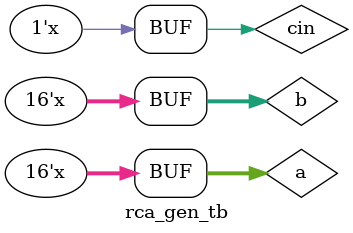
<source format=v>
module rca_16bit(a,b,cin,s,cout
    );
	 parameter size=16;
	 input [size-1:0]a,b;
	 input cin;
	 output [size-1:0]s;
	 output cout;
	 wire [size:0]c;
	 assign c[0]=cin;
	 genvar i;
	 generate 
	   for(i=0;i<size;i=i+1)
		  fad_str fnf(a[i],b[i],c[i],s[i],c[i+1]); 
	endgenerate
	assign cout=c[size];
endmodule
module rca_gen_tb;

	// Inputs
	reg [15:0] a;
	reg [15:0] b;
	reg cin;

	// Outputs
	wire [15:0] s;
	wire cout;

	// Instantiate the Design Under Test (DUT)
	rca_16bit dut (a,b,cin,s,cout
	);

	initial cin=1'b0;
	initial b=16'b0000000000000000;
	initial a=16'b0000000000000000;
	always #1 cin=cin+1'b1;
	always #2 b=b+16'b0001000000100001;
	always #4 a=a+16'b0000010010000001;
      
endmodule


</source>
